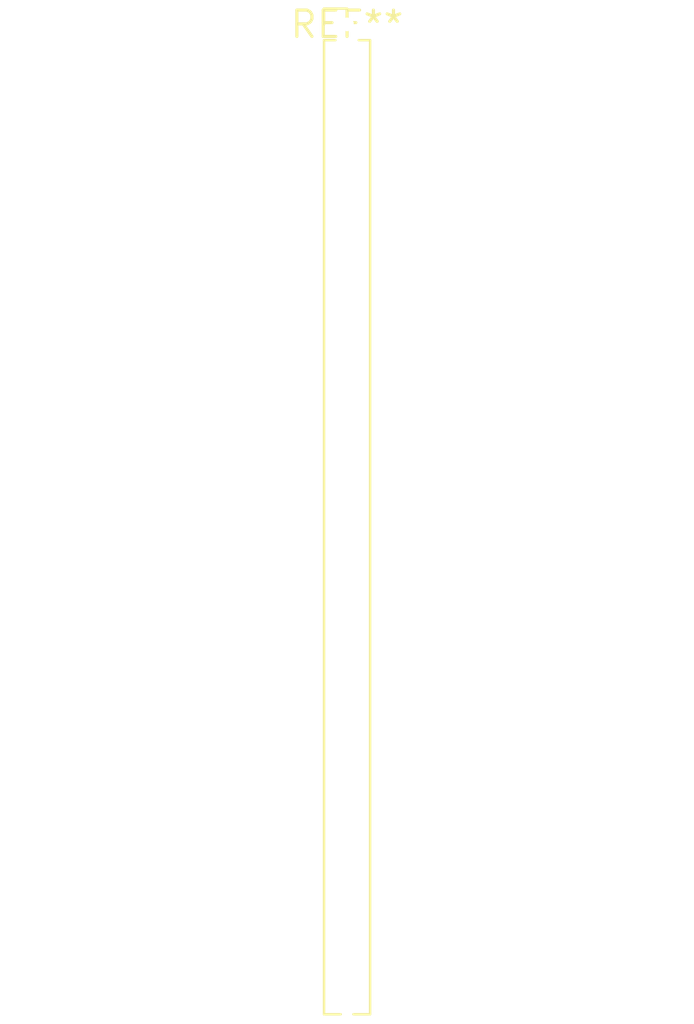
<source format=kicad_pcb>
(kicad_pcb (version 20240108) (generator pcbnew)
  (layers (0 "F.Cu" signal) (31 "B.Cu" signal) (34 "B.Paste" user) (35 "F.Paste" user) (36 "B.SilkS" user "B.Silkscreen") (37 "F.SilkS" user "F.Silkscreen") (38 "B.Mask" user) (39 "F.Mask" user) (44 "Edge.Cuts" user))
  (net 0 "")
  (footprint "PinHeader_1x38_P1.27mm_Vertical" (layer "F.Cu") (at 0 0)
    (property "Reference" "REF**")
    (property "Value" "PinHeader_1x38_P1.27mm_Vertical")
    (fp_line (start -1.11 -0.76) (end 0 -0.76) (layer "F.SilkS") (stroke (width 0.12)))
    (fp_line (start -1.11 0) (end -1.11 -0.76) (layer "F.SilkS") (stroke (width 0.12)))
    (fp_line (start -1.11 0.76) (end -1.11 47.685) (layer "F.SilkS") (stroke (width 0.12)))
    (fp_line (start -1.11 0.76) (end -0.563471 0.76) (layer "F.SilkS") (stroke (width 0.12)))
    (fp_line (start -1.11 47.685) (end -0.30753 47.685) (layer "F.SilkS") (stroke (width 0.12)))
    (fp_line (start 0.30753 47.685) (end 1.11 47.685) (layer "F.SilkS") (stroke (width 0.12)))
    (fp_line (start 0.563471 0.76) (end 1.11 0.76) (layer "F.SilkS") (stroke (width 0.12)))
    (fp_line (start 1.11 0.76) (end 1.11 47.685) (layer "F.SilkS") (stroke (width 0.12)))
    (pad "1" thru_hole rect (at 0 0) (size 1 1) (drill 0.65) (layers *.Cu *.Mask) (remove_unused_layers))
    (pad "2" thru_hole oval (at 0 1.27) (size 1 1) (drill 0.65) (layers *.Cu *.Mask) (remove_unused_layers))
    (pad "3" thru_hole oval (at 0 2.54) (size 1 1) (drill 0.65) (layers *.Cu *.Mask) (remove_unused_layers))
    (pad "4" thru_hole oval (at 0 3.81) (size 1 1) (drill 0.65) (layers *.Cu *.Mask) (remove_unused_layers))
    (pad "5" thru_hole oval (at 0 5.08) (size 1 1) (drill 0.65) (layers *.Cu *.Mask) (remove_unused_layers))
    (pad "6" thru_hole oval (at 0 6.35) (size 1 1) (drill 0.65) (layers *.Cu *.Mask) (remove_unused_layers))
    (pad "7" thru_hole oval (at 0 7.62) (size 1 1) (drill 0.65) (layers *.Cu *.Mask) (remove_unused_layers))
    (pad "8" thru_hole oval (at 0 8.89) (size 1 1) (drill 0.65) (layers *.Cu *.Mask) (remove_unused_layers))
    (pad "9" thru_hole oval (at 0 10.16) (size 1 1) (drill 0.65) (layers *.Cu *.Mask) (remove_unused_layers))
    (pad "10" thru_hole oval (at 0 11.43) (size 1 1) (drill 0.65) (layers *.Cu *.Mask) (remove_unused_layers))
    (pad "11" thru_hole oval (at 0 12.7) (size 1 1) (drill 0.65) (layers *.Cu *.Mask) (remove_unused_layers))
    (pad "12" thru_hole oval (at 0 13.97) (size 1 1) (drill 0.65) (layers *.Cu *.Mask) (remove_unused_layers))
    (pad "13" thru_hole oval (at 0 15.24) (size 1 1) (drill 0.65) (layers *.Cu *.Mask) (remove_unused_layers))
    (pad "14" thru_hole oval (at 0 16.51) (size 1 1) (drill 0.65) (layers *.Cu *.Mask) (remove_unused_layers))
    (pad "15" thru_hole oval (at 0 17.78) (size 1 1) (drill 0.65) (layers *.Cu *.Mask) (remove_unused_layers))
    (pad "16" thru_hole oval (at 0 19.05) (size 1 1) (drill 0.65) (layers *.Cu *.Mask) (remove_unused_layers))
    (pad "17" thru_hole oval (at 0 20.32) (size 1 1) (drill 0.65) (layers *.Cu *.Mask) (remove_unused_layers))
    (pad "18" thru_hole oval (at 0 21.59) (size 1 1) (drill 0.65) (layers *.Cu *.Mask) (remove_unused_layers))
    (pad "19" thru_hole oval (at 0 22.86) (size 1 1) (drill 0.65) (layers *.Cu *.Mask) (remove_unused_layers))
    (pad "20" thru_hole oval (at 0 24.13) (size 1 1) (drill 0.65) (layers *.Cu *.Mask) (remove_unused_layers))
    (pad "21" thru_hole oval (at 0 25.4) (size 1 1) (drill 0.65) (layers *.Cu *.Mask) (remove_unused_layers))
    (pad "22" thru_hole oval (at 0 26.67) (size 1 1) (drill 0.65) (layers *.Cu *.Mask) (remove_unused_layers))
    (pad "23" thru_hole oval (at 0 27.94) (size 1 1) (drill 0.65) (layers *.Cu *.Mask) (remove_unused_layers))
    (pad "24" thru_hole oval (at 0 29.21) (size 1 1) (drill 0.65) (layers *.Cu *.Mask) (remove_unused_layers))
    (pad "25" thru_hole oval (at 0 30.48) (size 1 1) (drill 0.65) (layers *.Cu *.Mask) (remove_unused_layers))
    (pad "26" thru_hole oval (at 0 31.75) (size 1 1) (drill 0.65) (layers *.Cu *.Mask) (remove_unused_layers))
    (pad "27" thru_hole oval (at 0 33.02) (size 1 1) (drill 0.65) (layers *.Cu *.Mask) (remove_unused_layers))
    (pad "28" thru_hole oval (at 0 34.29) (size 1 1) (drill 0.65) (layers *.Cu *.Mask) (remove_unused_layers))
    (pad "29" thru_hole oval (at 0 35.56) (size 1 1) (drill 0.65) (layers *.Cu *.Mask) (remove_unused_layers))
    (pad "30" thru_hole oval (at 0 36.83) (size 1 1) (drill 0.65) (layers *.Cu *.Mask) (remove_unused_layers))
    (pad "31" thru_hole oval (at 0 38.1) (size 1 1) (drill 0.65) (layers *.Cu *.Mask) (remove_unused_layers))
    (pad "32" thru_hole oval (at 0 39.37) (size 1 1) (drill 0.65) (layers *.Cu *.Mask) (remove_unused_layers))
    (pad "33" thru_hole oval (at 0 40.64) (size 1 1) (drill 0.65) (layers *.Cu *.Mask) (remove_unused_layers))
    (pad "34" thru_hole oval (at 0 41.91) (size 1 1) (drill 0.65) (layers *.Cu *.Mask) (remove_unused_layers))
    (pad "35" thru_hole oval (at 0 43.18) (size 1 1) (drill 0.65) (layers *.Cu *.Mask) (remove_unused_layers))
    (pad "36" thru_hole oval (at 0 44.45) (size 1 1) (drill 0.65) (layers *.Cu *.Mask) (remove_unused_layers))
    (pad "37" thru_hole oval (at 0 45.72) (size 1 1) (drill 0.65) (layers *.Cu *.Mask) (remove_unused_layers))
    (pad "38" thru_hole oval (at 0 46.99) (size 1 1) (drill 0.65) (layers *.Cu *.Mask) (remove_unused_layers))
  )
)
</source>
